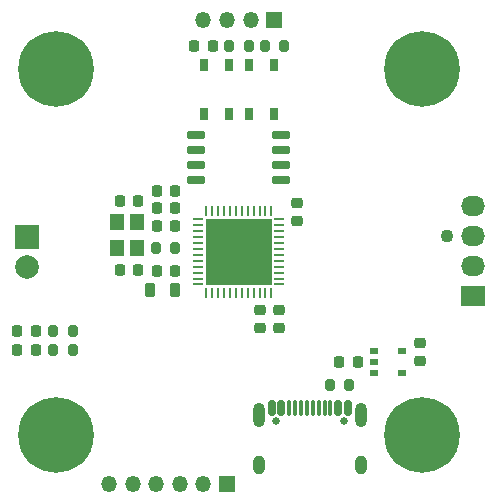
<source format=gts>
%TF.GenerationSoftware,KiCad,Pcbnew,8.0.4*%
%TF.CreationDate,2024-08-27T17:51:02+02:00*%
%TF.ProjectId,stepper_driver_PCB,73746570-7065-4725-9f64-72697665725f,rev?*%
%TF.SameCoordinates,Original*%
%TF.FileFunction,Soldermask,Top*%
%TF.FilePolarity,Negative*%
%FSLAX46Y46*%
G04 Gerber Fmt 4.6, Leading zero omitted, Abs format (unit mm)*
G04 Created by KiCad (PCBNEW 8.0.4) date 2024-08-27 17:51:02*
%MOMM*%
%LPD*%
G01*
G04 APERTURE LIST*
G04 Aperture macros list*
%AMRoundRect*
0 Rectangle with rounded corners*
0 $1 Rounding radius*
0 $2 $3 $4 $5 $6 $7 $8 $9 X,Y pos of 4 corners*
0 Add a 4 corners polygon primitive as box body*
4,1,4,$2,$3,$4,$5,$6,$7,$8,$9,$2,$3,0*
0 Add four circle primitives for the rounded corners*
1,1,$1+$1,$2,$3*
1,1,$1+$1,$4,$5*
1,1,$1+$1,$6,$7*
1,1,$1+$1,$8,$9*
0 Add four rect primitives between the rounded corners*
20,1,$1+$1,$2,$3,$4,$5,0*
20,1,$1+$1,$4,$5,$6,$7,0*
20,1,$1+$1,$6,$7,$8,$9,0*
20,1,$1+$1,$8,$9,$2,$3,0*%
G04 Aperture macros list end*
%ADD10R,1.350000X1.350000*%
%ADD11O,1.350000X1.350000*%
%ADD12RoundRect,0.200000X0.200000X0.275000X-0.200000X0.275000X-0.200000X-0.275000X0.200000X-0.275000X0*%
%ADD13RoundRect,0.218750X-0.218750X-0.256250X0.218750X-0.256250X0.218750X0.256250X-0.218750X0.256250X0*%
%ADD14RoundRect,0.225000X-0.250000X0.225000X-0.250000X-0.225000X0.250000X-0.225000X0.250000X0.225000X0*%
%ADD15RoundRect,0.225000X-0.225000X-0.250000X0.225000X-0.250000X0.225000X0.250000X-0.225000X0.250000X0*%
%ADD16C,0.800000*%
%ADD17C,6.400000*%
%ADD18R,2.000000X2.000000*%
%ADD19C,2.000000*%
%ADD20C,0.650000*%
%ADD21RoundRect,0.150000X-0.150000X-0.500000X0.150000X-0.500000X0.150000X0.500000X-0.150000X0.500000X0*%
%ADD22RoundRect,0.075000X-0.075000X-0.575000X0.075000X-0.575000X0.075000X0.575000X-0.075000X0.575000X0*%
%ADD23O,1.000000X2.100000*%
%ADD24O,1.000000X1.600000*%
%ADD25RoundRect,0.225000X0.225000X0.250000X-0.225000X0.250000X-0.225000X-0.250000X0.225000X-0.250000X0*%
%ADD26C,1.100000*%
%ADD27R,2.030000X1.730000*%
%ADD28O,2.030000X1.730000*%
%ADD29R,1.200000X1.400000*%
%ADD30R,0.650000X1.050000*%
%ADD31RoundRect,0.150000X-0.650000X-0.150000X0.650000X-0.150000X0.650000X0.150000X-0.650000X0.150000X0*%
%ADD32RoundRect,0.218750X-0.218750X-0.381250X0.218750X-0.381250X0.218750X0.381250X-0.218750X0.381250X0*%
%ADD33RoundRect,0.200000X-0.200000X-0.275000X0.200000X-0.275000X0.200000X0.275000X-0.200000X0.275000X0*%
%ADD34RoundRect,0.062500X-0.375000X-0.062500X0.375000X-0.062500X0.375000X0.062500X-0.375000X0.062500X0*%
%ADD35RoundRect,0.062500X-0.062500X-0.375000X0.062500X-0.375000X0.062500X0.375000X-0.062500X0.375000X0*%
%ADD36R,5.600000X5.600000*%
%ADD37R,0.800000X0.550000*%
G04 APERTURE END LIST*
D10*
%TO.C,J2*%
X114500000Y-115150000D03*
D11*
X112499999Y-115150000D03*
X110500000Y-115150000D03*
X108500000Y-115150000D03*
X106500000Y-115150000D03*
X104500000Y-115150000D03*
%TD*%
D10*
%TO.C,J4*%
X118500000Y-75850000D03*
D11*
X116499999Y-75850000D03*
X114500000Y-75850000D03*
X112500000Y-75850000D03*
%TD*%
D12*
%TO.C,R6*%
X124825000Y-106800000D03*
X123175000Y-106800000D03*
%TD*%
%TO.C,R4*%
X110125000Y-95200000D03*
X108475000Y-95200000D03*
%TD*%
D13*
%TO.C,D2*%
X96712499Y-103800000D03*
X98287501Y-103800000D03*
%TD*%
D14*
%TO.C,C5*%
X117300000Y-100425000D03*
X117300000Y-101975000D03*
%TD*%
%TO.C,C8*%
X120400000Y-91325000D03*
X120400000Y-92875000D03*
%TD*%
%TO.C,C7*%
X118900000Y-100425000D03*
X118900000Y-101975000D03*
%TD*%
D15*
%TO.C,C13*%
X105425000Y-91200000D03*
X106975000Y-91200000D03*
%TD*%
D16*
%TO.C,H2*%
X128600000Y-80000000D03*
X129302944Y-78302944D03*
X129302944Y-81697056D03*
X131000000Y-77600000D03*
D17*
X131000000Y-80000000D03*
D16*
X131000000Y-82400000D03*
X132697056Y-78302944D03*
X132697056Y-81697056D03*
X133400000Y-80000000D03*
%TD*%
D18*
%TO.C,J1*%
X97600000Y-94200000D03*
D19*
X97600000Y-96740000D03*
%TD*%
D20*
%TO.C,J5*%
X118610000Y-109845000D03*
X124390000Y-109845000D03*
D21*
X118300000Y-108705000D03*
X119100000Y-108705000D03*
D22*
X120250000Y-108705001D03*
X121250000Y-108705000D03*
X121750000Y-108705000D03*
X122750000Y-108705001D03*
D21*
X123900000Y-108705000D03*
X124700000Y-108705000D03*
X124700000Y-108705000D03*
X123900000Y-108705000D03*
D22*
X123250000Y-108705000D03*
X122250000Y-108705000D03*
X120750000Y-108705000D03*
X119750000Y-108705000D03*
D21*
X119100000Y-108705000D03*
X118300000Y-108705000D03*
D23*
X117180000Y-109345000D03*
D24*
X117180000Y-113525000D03*
D23*
X125820000Y-109345000D03*
D24*
X125820000Y-113525000D03*
%TD*%
D16*
%TO.C,H1*%
X97600000Y-80000000D03*
X98302944Y-78302944D03*
X98302944Y-81697056D03*
X100000000Y-77600000D03*
D17*
X100000000Y-80000000D03*
D16*
X100000000Y-82400000D03*
X101697056Y-78302944D03*
X101697056Y-81697056D03*
X102400000Y-80000000D03*
%TD*%
D25*
%TO.C,C11*%
X110075000Y-97100000D03*
X108525000Y-97100000D03*
%TD*%
%TO.C,C10*%
X110075000Y-90300000D03*
X108525000Y-90300000D03*
%TD*%
D26*
%TO.C,J3*%
X133140000Y-94170000D03*
D27*
X135300000Y-99250000D03*
D28*
X135300000Y-96710000D03*
X135300000Y-94170001D03*
X135300000Y-91630000D03*
%TD*%
D25*
%TO.C,C14*%
X106975000Y-97000000D03*
X105425000Y-97000000D03*
%TD*%
%TO.C,C6*%
X110075000Y-91800000D03*
X108525000Y-91800000D03*
%TD*%
D29*
%TO.C,Y1*%
X105150000Y-93000000D03*
X105150000Y-95200000D03*
X106850000Y-95200000D03*
X106850000Y-93000000D03*
%TD*%
D12*
%TO.C,R3*%
X116325000Y-78100000D03*
X114675000Y-78100000D03*
%TD*%
D15*
%TO.C,C1*%
X124000000Y-104800000D03*
X125550000Y-104800000D03*
%TD*%
D30*
%TO.C,SW1*%
X118475000Y-79650000D03*
X118475000Y-83800000D03*
X116325000Y-79650000D03*
X116325000Y-83800000D03*
%TD*%
D12*
%TO.C,R7*%
X101425000Y-102200000D03*
X99775000Y-102200000D03*
%TD*%
D31*
%TO.C,U7*%
X111900000Y-85595000D03*
X111900000Y-86865000D03*
X111900000Y-88135000D03*
X111900000Y-89405000D03*
X119100000Y-89405000D03*
X119100000Y-88135000D03*
X119100000Y-86865000D03*
X119100000Y-85595000D03*
%TD*%
D12*
%TO.C,R8*%
X101425000Y-103800000D03*
X99775000Y-103800000D03*
%TD*%
D32*
%TO.C,L1*%
X107981250Y-98700000D03*
X110106250Y-98700000D03*
%TD*%
D16*
%TO.C,H4*%
X128600000Y-111000000D03*
X129302944Y-109302944D03*
X129302944Y-112697056D03*
X131000000Y-108600000D03*
D17*
X131000000Y-111000000D03*
D16*
X131000000Y-113400000D03*
X132697056Y-109302944D03*
X132697056Y-112697056D03*
X133400000Y-111000000D03*
%TD*%
D33*
%TO.C,R5*%
X117675000Y-78100000D03*
X119325000Y-78100000D03*
%TD*%
D13*
%TO.C,D1*%
X96712499Y-102200000D03*
X98287501Y-102200000D03*
%TD*%
D16*
%TO.C,H3*%
X97600000Y-111000000D03*
X98302944Y-109302944D03*
X98302944Y-112697056D03*
X100000000Y-108600000D03*
D17*
X100000000Y-111000000D03*
D16*
X100000000Y-113400000D03*
X101697056Y-109302944D03*
X101697056Y-112697056D03*
X102400000Y-111000000D03*
%TD*%
D25*
%TO.C,C9*%
X110075000Y-93300000D03*
X108525000Y-93300000D03*
%TD*%
D34*
%TO.C,U4*%
X112062500Y-92750000D03*
X112062500Y-93250000D03*
X112062500Y-93750000D03*
X112062500Y-94250000D03*
X112062500Y-94750000D03*
X112062500Y-95250000D03*
X112062500Y-95750000D03*
X112062500Y-96250000D03*
X112062500Y-96750000D03*
X112062500Y-97250000D03*
X112062500Y-97750000D03*
X112062500Y-98250000D03*
D35*
X112750000Y-98937500D03*
X113250000Y-98937500D03*
X113750000Y-98937500D03*
X114250000Y-98937500D03*
X114750000Y-98937500D03*
X115250000Y-98937500D03*
X115750000Y-98937500D03*
X116250000Y-98937500D03*
X116750000Y-98937500D03*
X117250000Y-98937500D03*
X117750000Y-98937500D03*
X118250000Y-98937500D03*
D34*
X118937500Y-98250000D03*
X118937500Y-97750000D03*
X118937500Y-97250000D03*
X118937500Y-96750000D03*
X118937500Y-96250000D03*
X118937500Y-95750000D03*
X118937500Y-95250000D03*
X118937500Y-94750000D03*
X118937500Y-94250000D03*
X118937500Y-93750000D03*
X118937500Y-93250000D03*
X118937500Y-92750000D03*
D35*
X118250000Y-92062500D03*
X117750000Y-92062500D03*
X117250000Y-92062500D03*
X116750000Y-92062500D03*
X116250000Y-92062500D03*
X115750000Y-92062500D03*
X115250000Y-92062500D03*
X114750000Y-92062500D03*
X114250000Y-92062500D03*
X113750000Y-92062500D03*
X113250000Y-92062500D03*
X112750000Y-92062500D03*
D36*
X115500000Y-95500000D03*
%TD*%
D14*
%TO.C,C2*%
X130800000Y-103225000D03*
X130800000Y-104775000D03*
%TD*%
D37*
%TO.C,U1*%
X126899999Y-103850000D03*
X126900000Y-104800000D03*
X126899999Y-105750000D03*
X129300001Y-105750000D03*
X129300001Y-103850000D03*
%TD*%
D30*
%TO.C,SW2*%
X112525000Y-83800000D03*
X112525000Y-79650000D03*
X114675000Y-83800000D03*
X114675000Y-79650000D03*
%TD*%
D15*
%TO.C,C12*%
X111725000Y-78100000D03*
X113275000Y-78100000D03*
%TD*%
M02*

</source>
